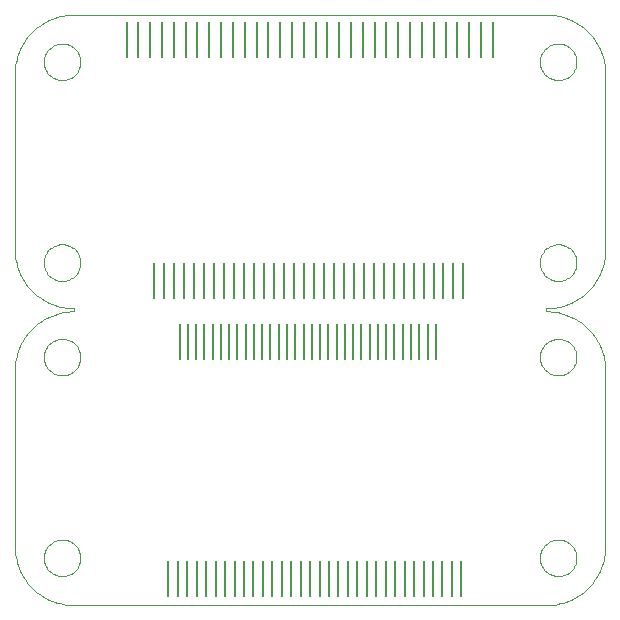
<source format=gbp>
G75*
G70*
%OFA0B0*%
%FSLAX24Y24*%
%IPPOS*%
%LPD*%
%AMOC8*
5,1,8,0,0,1.08239X$1,22.5*
%
%ADD10C,0.0000*%
%ADD11C,0.0004*%
%ADD12R,0.0080X0.1200*%
D10*
X001076Y001686D02*
X001078Y001735D01*
X001084Y001784D01*
X001094Y001832D01*
X001107Y001879D01*
X001125Y001925D01*
X001146Y001969D01*
X001170Y002012D01*
X001198Y002052D01*
X001229Y002091D01*
X001263Y002126D01*
X001300Y002159D01*
X001339Y002188D01*
X001381Y002214D01*
X001424Y002237D01*
X001470Y002256D01*
X001516Y002272D01*
X001564Y002284D01*
X001612Y002292D01*
X001661Y002296D01*
X001711Y002296D01*
X001760Y002292D01*
X001808Y002284D01*
X001856Y002272D01*
X001902Y002256D01*
X001948Y002237D01*
X001991Y002214D01*
X002033Y002188D01*
X002072Y002159D01*
X002109Y002126D01*
X002143Y002091D01*
X002174Y002052D01*
X002202Y002012D01*
X002226Y001969D01*
X002247Y001925D01*
X002265Y001879D01*
X002278Y001832D01*
X002288Y001784D01*
X002294Y001735D01*
X002296Y001686D01*
X002294Y001637D01*
X002288Y001588D01*
X002278Y001540D01*
X002265Y001493D01*
X002247Y001447D01*
X002226Y001403D01*
X002202Y001360D01*
X002174Y001320D01*
X002143Y001281D01*
X002109Y001246D01*
X002072Y001213D01*
X002033Y001184D01*
X001991Y001158D01*
X001948Y001135D01*
X001902Y001116D01*
X001856Y001100D01*
X001808Y001088D01*
X001760Y001080D01*
X001711Y001076D01*
X001661Y001076D01*
X001612Y001080D01*
X001564Y001088D01*
X001516Y001100D01*
X001470Y001116D01*
X001424Y001135D01*
X001381Y001158D01*
X001339Y001184D01*
X001300Y001213D01*
X001263Y001246D01*
X001229Y001281D01*
X001198Y001320D01*
X001170Y001360D01*
X001146Y001403D01*
X001125Y001447D01*
X001107Y001493D01*
X001094Y001540D01*
X001084Y001588D01*
X001078Y001637D01*
X001076Y001686D01*
X001076Y008379D02*
X001078Y008428D01*
X001084Y008477D01*
X001094Y008525D01*
X001107Y008572D01*
X001125Y008618D01*
X001146Y008662D01*
X001170Y008705D01*
X001198Y008745D01*
X001229Y008784D01*
X001263Y008819D01*
X001300Y008852D01*
X001339Y008881D01*
X001381Y008907D01*
X001424Y008930D01*
X001470Y008949D01*
X001516Y008965D01*
X001564Y008977D01*
X001612Y008985D01*
X001661Y008989D01*
X001711Y008989D01*
X001760Y008985D01*
X001808Y008977D01*
X001856Y008965D01*
X001902Y008949D01*
X001948Y008930D01*
X001991Y008907D01*
X002033Y008881D01*
X002072Y008852D01*
X002109Y008819D01*
X002143Y008784D01*
X002174Y008745D01*
X002202Y008705D01*
X002226Y008662D01*
X002247Y008618D01*
X002265Y008572D01*
X002278Y008525D01*
X002288Y008477D01*
X002294Y008428D01*
X002296Y008379D01*
X002294Y008330D01*
X002288Y008281D01*
X002278Y008233D01*
X002265Y008186D01*
X002247Y008140D01*
X002226Y008096D01*
X002202Y008053D01*
X002174Y008013D01*
X002143Y007974D01*
X002109Y007939D01*
X002072Y007906D01*
X002033Y007877D01*
X001991Y007851D01*
X001948Y007828D01*
X001902Y007809D01*
X001856Y007793D01*
X001808Y007781D01*
X001760Y007773D01*
X001711Y007769D01*
X001661Y007769D01*
X001612Y007773D01*
X001564Y007781D01*
X001516Y007793D01*
X001470Y007809D01*
X001424Y007828D01*
X001381Y007851D01*
X001339Y007877D01*
X001300Y007906D01*
X001263Y007939D01*
X001229Y007974D01*
X001198Y008013D01*
X001170Y008053D01*
X001146Y008096D01*
X001125Y008140D01*
X001107Y008186D01*
X001094Y008233D01*
X001084Y008281D01*
X001078Y008330D01*
X001076Y008379D01*
X001076Y011528D02*
X001078Y011577D01*
X001084Y011626D01*
X001094Y011674D01*
X001107Y011721D01*
X001125Y011767D01*
X001146Y011811D01*
X001170Y011854D01*
X001198Y011894D01*
X001229Y011933D01*
X001263Y011968D01*
X001300Y012001D01*
X001339Y012030D01*
X001381Y012056D01*
X001424Y012079D01*
X001470Y012098D01*
X001516Y012114D01*
X001564Y012126D01*
X001612Y012134D01*
X001661Y012138D01*
X001711Y012138D01*
X001760Y012134D01*
X001808Y012126D01*
X001856Y012114D01*
X001902Y012098D01*
X001948Y012079D01*
X001991Y012056D01*
X002033Y012030D01*
X002072Y012001D01*
X002109Y011968D01*
X002143Y011933D01*
X002174Y011894D01*
X002202Y011854D01*
X002226Y011811D01*
X002247Y011767D01*
X002265Y011721D01*
X002278Y011674D01*
X002288Y011626D01*
X002294Y011577D01*
X002296Y011528D01*
X002294Y011479D01*
X002288Y011430D01*
X002278Y011382D01*
X002265Y011335D01*
X002247Y011289D01*
X002226Y011245D01*
X002202Y011202D01*
X002174Y011162D01*
X002143Y011123D01*
X002109Y011088D01*
X002072Y011055D01*
X002033Y011026D01*
X001991Y011000D01*
X001948Y010977D01*
X001902Y010958D01*
X001856Y010942D01*
X001808Y010930D01*
X001760Y010922D01*
X001711Y010918D01*
X001661Y010918D01*
X001612Y010922D01*
X001564Y010930D01*
X001516Y010942D01*
X001470Y010958D01*
X001424Y010977D01*
X001381Y011000D01*
X001339Y011026D01*
X001300Y011055D01*
X001263Y011088D01*
X001229Y011123D01*
X001198Y011162D01*
X001170Y011202D01*
X001146Y011245D01*
X001125Y011289D01*
X001107Y011335D01*
X001094Y011382D01*
X001084Y011430D01*
X001078Y011479D01*
X001076Y011528D01*
X001076Y018221D02*
X001078Y018270D01*
X001084Y018319D01*
X001094Y018367D01*
X001107Y018414D01*
X001125Y018460D01*
X001146Y018504D01*
X001170Y018547D01*
X001198Y018587D01*
X001229Y018626D01*
X001263Y018661D01*
X001300Y018694D01*
X001339Y018723D01*
X001381Y018749D01*
X001424Y018772D01*
X001470Y018791D01*
X001516Y018807D01*
X001564Y018819D01*
X001612Y018827D01*
X001661Y018831D01*
X001711Y018831D01*
X001760Y018827D01*
X001808Y018819D01*
X001856Y018807D01*
X001902Y018791D01*
X001948Y018772D01*
X001991Y018749D01*
X002033Y018723D01*
X002072Y018694D01*
X002109Y018661D01*
X002143Y018626D01*
X002174Y018587D01*
X002202Y018547D01*
X002226Y018504D01*
X002247Y018460D01*
X002265Y018414D01*
X002278Y018367D01*
X002288Y018319D01*
X002294Y018270D01*
X002296Y018221D01*
X002294Y018172D01*
X002288Y018123D01*
X002278Y018075D01*
X002265Y018028D01*
X002247Y017982D01*
X002226Y017938D01*
X002202Y017895D01*
X002174Y017855D01*
X002143Y017816D01*
X002109Y017781D01*
X002072Y017748D01*
X002033Y017719D01*
X001991Y017693D01*
X001948Y017670D01*
X001902Y017651D01*
X001856Y017635D01*
X001808Y017623D01*
X001760Y017615D01*
X001711Y017611D01*
X001661Y017611D01*
X001612Y017615D01*
X001564Y017623D01*
X001516Y017635D01*
X001470Y017651D01*
X001424Y017670D01*
X001381Y017693D01*
X001339Y017719D01*
X001300Y017748D01*
X001263Y017781D01*
X001229Y017816D01*
X001198Y017855D01*
X001170Y017895D01*
X001146Y017938D01*
X001125Y017982D01*
X001107Y018028D01*
X001094Y018075D01*
X001084Y018123D01*
X001078Y018172D01*
X001076Y018221D01*
X017611Y018221D02*
X017613Y018270D01*
X017619Y018319D01*
X017629Y018367D01*
X017642Y018414D01*
X017660Y018460D01*
X017681Y018504D01*
X017705Y018547D01*
X017733Y018587D01*
X017764Y018626D01*
X017798Y018661D01*
X017835Y018694D01*
X017874Y018723D01*
X017916Y018749D01*
X017959Y018772D01*
X018005Y018791D01*
X018051Y018807D01*
X018099Y018819D01*
X018147Y018827D01*
X018196Y018831D01*
X018246Y018831D01*
X018295Y018827D01*
X018343Y018819D01*
X018391Y018807D01*
X018437Y018791D01*
X018483Y018772D01*
X018526Y018749D01*
X018568Y018723D01*
X018607Y018694D01*
X018644Y018661D01*
X018678Y018626D01*
X018709Y018587D01*
X018737Y018547D01*
X018761Y018504D01*
X018782Y018460D01*
X018800Y018414D01*
X018813Y018367D01*
X018823Y018319D01*
X018829Y018270D01*
X018831Y018221D01*
X018829Y018172D01*
X018823Y018123D01*
X018813Y018075D01*
X018800Y018028D01*
X018782Y017982D01*
X018761Y017938D01*
X018737Y017895D01*
X018709Y017855D01*
X018678Y017816D01*
X018644Y017781D01*
X018607Y017748D01*
X018568Y017719D01*
X018526Y017693D01*
X018483Y017670D01*
X018437Y017651D01*
X018391Y017635D01*
X018343Y017623D01*
X018295Y017615D01*
X018246Y017611D01*
X018196Y017611D01*
X018147Y017615D01*
X018099Y017623D01*
X018051Y017635D01*
X018005Y017651D01*
X017959Y017670D01*
X017916Y017693D01*
X017874Y017719D01*
X017835Y017748D01*
X017798Y017781D01*
X017764Y017816D01*
X017733Y017855D01*
X017705Y017895D01*
X017681Y017938D01*
X017660Y017982D01*
X017642Y018028D01*
X017629Y018075D01*
X017619Y018123D01*
X017613Y018172D01*
X017611Y018221D01*
X017611Y011528D02*
X017613Y011577D01*
X017619Y011626D01*
X017629Y011674D01*
X017642Y011721D01*
X017660Y011767D01*
X017681Y011811D01*
X017705Y011854D01*
X017733Y011894D01*
X017764Y011933D01*
X017798Y011968D01*
X017835Y012001D01*
X017874Y012030D01*
X017916Y012056D01*
X017959Y012079D01*
X018005Y012098D01*
X018051Y012114D01*
X018099Y012126D01*
X018147Y012134D01*
X018196Y012138D01*
X018246Y012138D01*
X018295Y012134D01*
X018343Y012126D01*
X018391Y012114D01*
X018437Y012098D01*
X018483Y012079D01*
X018526Y012056D01*
X018568Y012030D01*
X018607Y012001D01*
X018644Y011968D01*
X018678Y011933D01*
X018709Y011894D01*
X018737Y011854D01*
X018761Y011811D01*
X018782Y011767D01*
X018800Y011721D01*
X018813Y011674D01*
X018823Y011626D01*
X018829Y011577D01*
X018831Y011528D01*
X018829Y011479D01*
X018823Y011430D01*
X018813Y011382D01*
X018800Y011335D01*
X018782Y011289D01*
X018761Y011245D01*
X018737Y011202D01*
X018709Y011162D01*
X018678Y011123D01*
X018644Y011088D01*
X018607Y011055D01*
X018568Y011026D01*
X018526Y011000D01*
X018483Y010977D01*
X018437Y010958D01*
X018391Y010942D01*
X018343Y010930D01*
X018295Y010922D01*
X018246Y010918D01*
X018196Y010918D01*
X018147Y010922D01*
X018099Y010930D01*
X018051Y010942D01*
X018005Y010958D01*
X017959Y010977D01*
X017916Y011000D01*
X017874Y011026D01*
X017835Y011055D01*
X017798Y011088D01*
X017764Y011123D01*
X017733Y011162D01*
X017705Y011202D01*
X017681Y011245D01*
X017660Y011289D01*
X017642Y011335D01*
X017629Y011382D01*
X017619Y011430D01*
X017613Y011479D01*
X017611Y011528D01*
X017611Y008379D02*
X017613Y008428D01*
X017619Y008477D01*
X017629Y008525D01*
X017642Y008572D01*
X017660Y008618D01*
X017681Y008662D01*
X017705Y008705D01*
X017733Y008745D01*
X017764Y008784D01*
X017798Y008819D01*
X017835Y008852D01*
X017874Y008881D01*
X017916Y008907D01*
X017959Y008930D01*
X018005Y008949D01*
X018051Y008965D01*
X018099Y008977D01*
X018147Y008985D01*
X018196Y008989D01*
X018246Y008989D01*
X018295Y008985D01*
X018343Y008977D01*
X018391Y008965D01*
X018437Y008949D01*
X018483Y008930D01*
X018526Y008907D01*
X018568Y008881D01*
X018607Y008852D01*
X018644Y008819D01*
X018678Y008784D01*
X018709Y008745D01*
X018737Y008705D01*
X018761Y008662D01*
X018782Y008618D01*
X018800Y008572D01*
X018813Y008525D01*
X018823Y008477D01*
X018829Y008428D01*
X018831Y008379D01*
X018829Y008330D01*
X018823Y008281D01*
X018813Y008233D01*
X018800Y008186D01*
X018782Y008140D01*
X018761Y008096D01*
X018737Y008053D01*
X018709Y008013D01*
X018678Y007974D01*
X018644Y007939D01*
X018607Y007906D01*
X018568Y007877D01*
X018526Y007851D01*
X018483Y007828D01*
X018437Y007809D01*
X018391Y007793D01*
X018343Y007781D01*
X018295Y007773D01*
X018246Y007769D01*
X018196Y007769D01*
X018147Y007773D01*
X018099Y007781D01*
X018051Y007793D01*
X018005Y007809D01*
X017959Y007828D01*
X017916Y007851D01*
X017874Y007877D01*
X017835Y007906D01*
X017798Y007939D01*
X017764Y007974D01*
X017733Y008013D01*
X017705Y008053D01*
X017681Y008096D01*
X017660Y008140D01*
X017642Y008186D01*
X017629Y008233D01*
X017619Y008281D01*
X017613Y008330D01*
X017611Y008379D01*
X017611Y001686D02*
X017613Y001735D01*
X017619Y001784D01*
X017629Y001832D01*
X017642Y001879D01*
X017660Y001925D01*
X017681Y001969D01*
X017705Y002012D01*
X017733Y002052D01*
X017764Y002091D01*
X017798Y002126D01*
X017835Y002159D01*
X017874Y002188D01*
X017916Y002214D01*
X017959Y002237D01*
X018005Y002256D01*
X018051Y002272D01*
X018099Y002284D01*
X018147Y002292D01*
X018196Y002296D01*
X018246Y002296D01*
X018295Y002292D01*
X018343Y002284D01*
X018391Y002272D01*
X018437Y002256D01*
X018483Y002237D01*
X018526Y002214D01*
X018568Y002188D01*
X018607Y002159D01*
X018644Y002126D01*
X018678Y002091D01*
X018709Y002052D01*
X018737Y002012D01*
X018761Y001969D01*
X018782Y001925D01*
X018800Y001879D01*
X018813Y001832D01*
X018823Y001784D01*
X018829Y001735D01*
X018831Y001686D01*
X018829Y001637D01*
X018823Y001588D01*
X018813Y001540D01*
X018800Y001493D01*
X018782Y001447D01*
X018761Y001403D01*
X018737Y001360D01*
X018709Y001320D01*
X018678Y001281D01*
X018644Y001246D01*
X018607Y001213D01*
X018568Y001184D01*
X018526Y001158D01*
X018483Y001135D01*
X018437Y001116D01*
X018391Y001100D01*
X018343Y001088D01*
X018295Y001080D01*
X018246Y001076D01*
X018196Y001076D01*
X018147Y001080D01*
X018099Y001088D01*
X018051Y001100D01*
X018005Y001116D01*
X017959Y001135D01*
X017916Y001158D01*
X017874Y001184D01*
X017835Y001213D01*
X017798Y001246D01*
X017764Y001281D01*
X017733Y001320D01*
X017705Y001360D01*
X017681Y001403D01*
X017660Y001447D01*
X017642Y001493D01*
X017629Y001540D01*
X017619Y001588D01*
X017613Y001637D01*
X017611Y001686D01*
D11*
X017827Y000110D02*
X017921Y000112D01*
X018014Y000119D01*
X018107Y000130D01*
X018200Y000146D01*
X018291Y000166D01*
X018382Y000190D01*
X018471Y000218D01*
X018559Y000251D01*
X018645Y000288D01*
X018729Y000329D01*
X018812Y000374D01*
X018892Y000423D01*
X018969Y000475D01*
X019044Y000531D01*
X019116Y000591D01*
X019186Y000654D01*
X019252Y000720D01*
X019315Y000790D01*
X019375Y000862D01*
X019431Y000937D01*
X019483Y001014D01*
X019532Y001095D01*
X019577Y001177D01*
X019618Y001261D01*
X019655Y001347D01*
X019688Y001435D01*
X019716Y001524D01*
X019740Y001615D01*
X019760Y001706D01*
X019776Y001799D01*
X019787Y001892D01*
X019794Y001985D01*
X019796Y002079D01*
X019796Y007936D01*
X019794Y008030D01*
X019787Y008123D01*
X019776Y008216D01*
X019760Y008309D01*
X019740Y008400D01*
X019716Y008491D01*
X019688Y008580D01*
X019655Y008668D01*
X019618Y008754D01*
X019577Y008838D01*
X019532Y008920D01*
X019483Y009001D01*
X019431Y009078D01*
X019375Y009153D01*
X019315Y009225D01*
X019252Y009295D01*
X019186Y009361D01*
X019116Y009424D01*
X019044Y009484D01*
X018969Y009540D01*
X018892Y009592D01*
X018811Y009641D01*
X018729Y009686D01*
X018645Y009727D01*
X018559Y009764D01*
X018471Y009797D01*
X018382Y009825D01*
X018291Y009849D01*
X018200Y009869D01*
X018107Y009885D01*
X018014Y009896D01*
X017921Y009903D01*
X017827Y009905D01*
X017827Y009904D02*
X017827Y010003D01*
X017827Y010002D02*
X017921Y010004D01*
X018014Y010011D01*
X018107Y010022D01*
X018200Y010038D01*
X018291Y010058D01*
X018382Y010082D01*
X018471Y010110D01*
X018559Y010143D01*
X018645Y010180D01*
X018729Y010221D01*
X018812Y010266D01*
X018892Y010315D01*
X018969Y010367D01*
X019044Y010423D01*
X019116Y010483D01*
X019186Y010546D01*
X019252Y010612D01*
X019315Y010682D01*
X019375Y010754D01*
X019431Y010829D01*
X019483Y010906D01*
X019532Y010987D01*
X019577Y011069D01*
X019618Y011153D01*
X019655Y011239D01*
X019688Y011327D01*
X019716Y011416D01*
X019740Y011507D01*
X019760Y011598D01*
X019776Y011691D01*
X019787Y011784D01*
X019794Y011877D01*
X019796Y011971D01*
X019796Y017827D01*
X019794Y017921D01*
X019787Y018014D01*
X019776Y018107D01*
X019760Y018200D01*
X019740Y018291D01*
X019716Y018382D01*
X019688Y018471D01*
X019655Y018559D01*
X019618Y018645D01*
X019577Y018729D01*
X019532Y018811D01*
X019483Y018892D01*
X019431Y018969D01*
X019375Y019044D01*
X019315Y019116D01*
X019252Y019186D01*
X019186Y019252D01*
X019116Y019315D01*
X019044Y019375D01*
X018969Y019431D01*
X018892Y019483D01*
X018811Y019532D01*
X018729Y019577D01*
X018645Y019618D01*
X018559Y019655D01*
X018471Y019688D01*
X018382Y019716D01*
X018291Y019740D01*
X018200Y019760D01*
X018107Y019776D01*
X018014Y019787D01*
X017921Y019794D01*
X017827Y019796D01*
X002079Y019796D01*
X001985Y019794D01*
X001892Y019787D01*
X001799Y019776D01*
X001706Y019760D01*
X001615Y019740D01*
X001524Y019716D01*
X001435Y019688D01*
X001347Y019655D01*
X001261Y019618D01*
X001177Y019577D01*
X001094Y019532D01*
X001014Y019483D01*
X000937Y019431D01*
X000862Y019375D01*
X000790Y019315D01*
X000720Y019252D01*
X000654Y019186D01*
X000591Y019116D01*
X000531Y019044D01*
X000475Y018969D01*
X000423Y018892D01*
X000374Y018812D01*
X000329Y018729D01*
X000288Y018645D01*
X000251Y018559D01*
X000218Y018471D01*
X000190Y018382D01*
X000166Y018291D01*
X000146Y018200D01*
X000130Y018107D01*
X000119Y018014D01*
X000112Y017921D01*
X000110Y017827D01*
X000111Y017827D02*
X000111Y011971D01*
X000110Y011971D02*
X000112Y011877D01*
X000119Y011784D01*
X000130Y011691D01*
X000146Y011598D01*
X000166Y011507D01*
X000190Y011416D01*
X000218Y011327D01*
X000251Y011239D01*
X000288Y011153D01*
X000329Y011069D01*
X000374Y010987D01*
X000423Y010906D01*
X000475Y010829D01*
X000531Y010754D01*
X000591Y010682D01*
X000654Y010612D01*
X000720Y010546D01*
X000790Y010483D01*
X000862Y010423D01*
X000937Y010367D01*
X001014Y010315D01*
X001094Y010266D01*
X001177Y010221D01*
X001261Y010180D01*
X001347Y010143D01*
X001435Y010110D01*
X001524Y010082D01*
X001615Y010058D01*
X001706Y010038D01*
X001799Y010022D01*
X001892Y010011D01*
X001985Y010004D01*
X002079Y010002D01*
X002079Y010003D02*
X002079Y009904D01*
X002079Y009905D02*
X001985Y009903D01*
X001892Y009896D01*
X001799Y009885D01*
X001706Y009869D01*
X001615Y009849D01*
X001524Y009825D01*
X001435Y009797D01*
X001347Y009764D01*
X001261Y009727D01*
X001177Y009686D01*
X001094Y009641D01*
X001014Y009592D01*
X000937Y009540D01*
X000862Y009484D01*
X000790Y009424D01*
X000720Y009361D01*
X000654Y009295D01*
X000591Y009225D01*
X000531Y009153D01*
X000475Y009078D01*
X000423Y009001D01*
X000374Y008921D01*
X000329Y008838D01*
X000288Y008754D01*
X000251Y008668D01*
X000218Y008580D01*
X000190Y008491D01*
X000166Y008400D01*
X000146Y008309D01*
X000130Y008216D01*
X000119Y008123D01*
X000112Y008030D01*
X000110Y007936D01*
X000111Y007936D02*
X000111Y002079D01*
X000110Y002079D02*
X000112Y001985D01*
X000119Y001892D01*
X000130Y001799D01*
X000146Y001706D01*
X000166Y001615D01*
X000190Y001524D01*
X000218Y001435D01*
X000251Y001347D01*
X000288Y001261D01*
X000329Y001177D01*
X000374Y001095D01*
X000423Y001014D01*
X000475Y000937D01*
X000531Y000862D01*
X000591Y000790D01*
X000654Y000720D01*
X000720Y000654D01*
X000790Y000591D01*
X000862Y000531D01*
X000937Y000475D01*
X001014Y000423D01*
X001094Y000374D01*
X001177Y000329D01*
X001261Y000288D01*
X001347Y000251D01*
X001435Y000218D01*
X001524Y000190D01*
X001615Y000166D01*
X001706Y000146D01*
X001799Y000130D01*
X001892Y000119D01*
X001985Y000112D01*
X002079Y000110D01*
X002079Y000111D02*
X017827Y000111D01*
D12*
X014993Y000997D03*
X014678Y000997D03*
X014363Y000997D03*
X014048Y000997D03*
X013733Y000997D03*
X013418Y000997D03*
X013103Y000997D03*
X012788Y000997D03*
X012473Y000997D03*
X012158Y000997D03*
X011843Y000997D03*
X011528Y000997D03*
X011213Y000997D03*
X010898Y000997D03*
X010583Y000997D03*
X010268Y000997D03*
X009953Y000997D03*
X009638Y000997D03*
X009323Y000997D03*
X009009Y000997D03*
X008694Y000997D03*
X008379Y000997D03*
X008064Y000997D03*
X007749Y000997D03*
X007434Y000997D03*
X007119Y000997D03*
X006804Y000997D03*
X006489Y000997D03*
X006174Y000997D03*
X005859Y000997D03*
X005544Y000997D03*
X005229Y000997D03*
X005599Y008883D03*
X005875Y008883D03*
X006150Y008883D03*
X006426Y008883D03*
X006701Y008883D03*
X006977Y008883D03*
X007253Y008883D03*
X007528Y008883D03*
X007804Y008883D03*
X008079Y008883D03*
X008355Y008883D03*
X008631Y008883D03*
X008906Y008883D03*
X009182Y008883D03*
X009457Y008883D03*
X009733Y008883D03*
X010009Y008883D03*
X010284Y008883D03*
X010560Y008883D03*
X010835Y008883D03*
X011111Y008883D03*
X011386Y008883D03*
X011662Y008883D03*
X011938Y008883D03*
X012213Y008883D03*
X012489Y008883D03*
X012764Y008883D03*
X013040Y008883D03*
X013316Y008883D03*
X013591Y008883D03*
X013867Y008883D03*
X014142Y008883D03*
X014066Y010900D03*
X014398Y010900D03*
X014731Y010900D03*
X015064Y010900D03*
X013733Y010900D03*
X013400Y010900D03*
X013068Y010900D03*
X012735Y010900D03*
X012402Y010900D03*
X012070Y010900D03*
X011737Y010900D03*
X011404Y010900D03*
X011071Y010900D03*
X010739Y010900D03*
X010406Y010900D03*
X010073Y010900D03*
X009741Y010900D03*
X009408Y010900D03*
X009075Y010900D03*
X008743Y010900D03*
X008410Y010900D03*
X008077Y010900D03*
X007745Y010900D03*
X007412Y010900D03*
X007079Y010900D03*
X006747Y010900D03*
X006414Y010900D03*
X006081Y010900D03*
X005749Y010900D03*
X005416Y010900D03*
X005083Y010900D03*
X004751Y010900D03*
X004624Y018958D03*
X005017Y018958D03*
X005411Y018958D03*
X005805Y018958D03*
X006198Y018958D03*
X006592Y018958D03*
X006986Y018958D03*
X007379Y018958D03*
X007773Y018958D03*
X008167Y018958D03*
X008561Y018958D03*
X008954Y018958D03*
X009348Y018958D03*
X009742Y018958D03*
X010135Y018958D03*
X010529Y018958D03*
X010923Y018958D03*
X011316Y018958D03*
X011710Y018958D03*
X012104Y018958D03*
X012498Y018958D03*
X012891Y018958D03*
X013285Y018958D03*
X013679Y018958D03*
X014072Y018958D03*
X014466Y018958D03*
X014860Y018958D03*
X015253Y018958D03*
X015647Y018958D03*
X016041Y018958D03*
X004230Y018958D03*
X003836Y018958D03*
M02*

</source>
